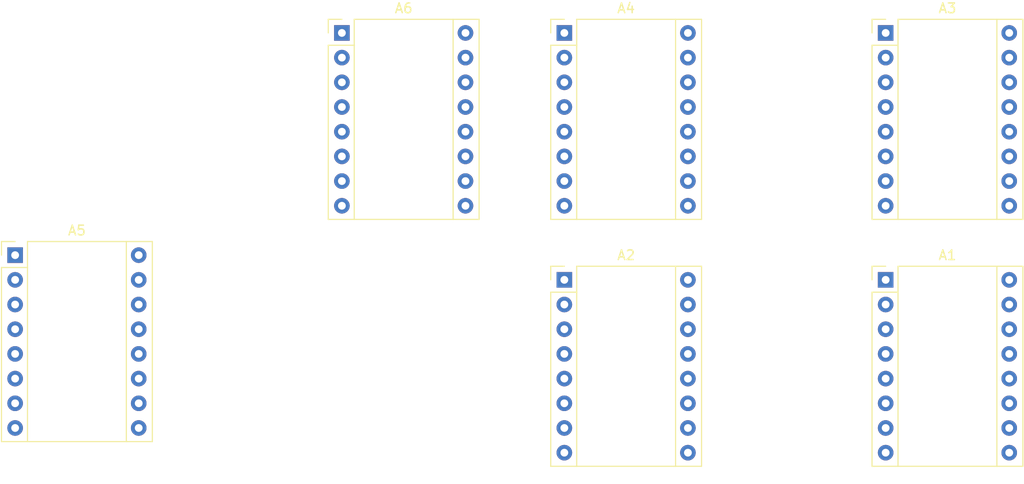
<source format=kicad_pcb>
(kicad_pcb (version 20211014) (generator pcbnew)
  (layers (0 "F.Cu" signal) (31 "B.Cu" signal) (34 "B.Paste" user) (35 "F.Paste" user) (36 "B.SilkS" user "B.Silkscreen") (37 "F.SilkS" user "F.Silkscreen") (38 "B.Mask" user) (39 "F.Mask" user) (44 "Edge.Cuts" user))
  (net 0 "")
  (net 1 "GND")
  (net 2 "+3V3")
  (net 3 "Net-(A1-Pad3)")
  (net 4 "Net-(A1-Pad4)")
  (net 5 "Net-(A1-Pad5)")
  (net 6 "Net-(A1-Pad6)")
  (net 7 "+5V")
  (net 8 "M_EN")
  (net 12 "M_SLP_RST")
  (net 13 "M1_STEP")
  (net 14 "M1_DIR")
  (net 15 "Net-(A2-Pad3)")
  (net 16 "Net-(A2-Pad4)")
  (net 17 "Net-(A2-Pad5)")
  (net 18 "Net-(A2-Pad6)")
  (net 22 "M4_STEP")
  (net 23 "M4_DIR")
  (net 24 "Net-(A3-Pad3)")
  (net 25 "Net-(A3-Pad4)")
  (net 26 "Net-(A3-Pad5)")
  (net 27 "Net-(A3-Pad6)")
  (net 31 "M2_STEP")
  (net 32 "M2_DIR")
  (net 33 "Net-(A4-Pad3)")
  (net 34 "Net-(A4-Pad4)")
  (net 35 "Net-(A4-Pad5)")
  (net 36 "Net-(A4-Pad6)")
  (net 40 "M5_STEP")
  (net 41 "M5_DIR")
  (net 42 "Net-(A5-Pad3)")
  (net 43 "Net-(A5-Pad4)")
  (net 44 "Net-(A5-Pad5)")
  (net 45 "Net-(A5-Pad6)")
  (net 49 "M3_STEP")
  (net 50 "M3_DIR")
  (net 51 "Net-(A6-Pad3)")
  (net 52 "Net-(A6-Pad4)")
  (net 53 "Net-(A6-Pad5)")
  (net 54 "Net-(A6-Pad6)")
  (net 58 "M6_STEP")
  (net 59 "M6_DIR")
  (footprint "Module:Pololu_Breakout-16_15.2x20.3mm" (layer "F.Cu") (at 83.82 33.02)
    (fp_text reference "A6" (at 6.35 -2.54) (layer "F.SilkS"))
    (fp_text value "M1_A4988")
    (fp_line (start -1.4 1.27) (end -1.4 19.18) (layer "F.SilkS") (width 0.12))
    (fp_line (start 11.43 -1.4) (end 11.43 19.18) (layer "F.SilkS") (width 0.12))
    (fp_line (start 1.27 -1.4) (end 1.27 1.27) (layer "F.SilkS") (width 0.12))
    (fp_line (start 0 -1.4) (end -1.4 -1.4) (layer "F.SilkS") (width 0.12))
    (fp_line (start 14.1 19.18) (end 14.1 -1.4) (layer "F.SilkS") (width 0.12))
    (fp_line (start 1.27 1.27) (end 1.27 19.18) (layer "F.SilkS") (width 0.12))
    (fp_line (start -1.4 19.18) (end 14.1 19.18) (layer "F.SilkS") (width 0.12))
    (fp_line (start -1.4 -1.4) (end -1.4 0) (layer "F.SilkS") (width 0.12))
    (fp_line (start 14.1 -1.4) (end 1.27 -1.4) (layer "F.SilkS") (width 0.12))
    (fp_line (start 1.27 1.27) (end -1.4 1.27) (layer "F.SilkS") (width 0.12))
    (pad "1" thru_hole rect (at 0 0) (size 1.6 1.6) (drill 0.8) (layers *.Cu *.Mask) (net 1 "GND"))
    (pad "2" thru_hole oval (at 0 2.54) (size 1.6 1.6) (drill 0.8) (layers *.Cu *.Mask) (net 2 "+3V3"))
    (pad "3" thru_hole oval (at 0 5.08) (size 1.6 1.6) (drill 0.8) (layers *.Cu *.Mask) (net 51 "Net-(A6-Pad3)"))
    (pad "4" thru_hole oval (at 0 7.62) (size 1.6 1.6) (drill 0.8) (layers *.Cu *.Mask) (net 52 "Net-(A6-Pad4)"))
    (pad "5" thru_hole oval (at 0 10.16) (size 1.6 1.6) (drill 0.8) (layers *.Cu *.Mask) (net 53 "Net-(A6-Pad5)"))
    (pad "6" thru_hole oval (at 0 12.7) (size 1.6 1.6) (drill 0.8) (layers *.Cu *.Mask) (net 54 "Net-(A6-Pad6)"))
    (pad "7" thru_hole oval (at 0 15.24) (size 1.6 1.6) (drill 0.8) (layers *.Cu *.Mask) (net 1 "GND"))
    (pad "8" thru_hole oval (at 0 17.78) (size 1.6 1.6) (drill 0.8) (layers *.Cu *.Mask) (net 7 "+5V"))
    (pad "9" thru_hole oval (at 12.7 17.78) (size 1.6 1.6) (drill 0.8) (layers *.Cu *.Mask) (net 8 "M_EN"))
    (pad "10" thru_hole oval (at 12.7 15.24) (size 1.6 1.6) (drill 0.8) (layers *.Cu *.Mask))
    (pad "11" thru_hole oval (at 12.7 12.7) (size 1.6 1.6) (drill 0.8) (layers *.Cu *.Mask))
    (pad "12" thru_hole oval (at 12.7 10.16) (size 1.6 1.6) (drill 0.8) (layers *.Cu *.Mask))
    (pad "13" thru_hole oval (at 12.7 7.62) (size 1.6 1.6) (drill 0.8) (layers *.Cu *.Mask) (net 12 "M_SLP_RST"))
    (pad "14" thru_hole oval (at 12.7 5.08) (size 1.6 1.6) (drill 0.8) (layers *.Cu *.Mask) (net 12 "M_SLP_RST"))
    (pad "15" thru_hole oval (at 12.7 2.54) (size 1.6 1.6) (drill 0.8) (layers *.Cu *.Mask) (net 58 "M6_STEP"))
    (pad "16" thru_hole oval (at 12.7 0) (size 1.6 1.6) (drill 0.8) (layers *.Cu *.Mask) (net 59 "M6_DIR"))
  )
  (footprint "Module:Pololu_Breakout-16_15.2x20.3mm" (layer "F.Cu") (at 106.68 33.02)
    (fp_text reference "A4" (at 6.35 -2.54) (layer "F.SilkS"))
    (fp_text value "M1_A4988")
    (fp_line (start -1.4 19.18) (end 14.1 19.18) (layer "F.SilkS") (width 0.12))
    (fp_line (start -1.4 -1.4) (end -1.4 0) (layer "F.SilkS") (width 0.12))
    (fp_line (start 14.1 19.18) (end 14.1 -1.4) (layer "F.SilkS") (width 0.12))
    (fp_line (start -1.4 1.27) (end -1.4 19.18) (layer "F.SilkS") (width 0.12))
    (fp_line (start 0 -1.4) (end -1.4 -1.4) (layer "F.SilkS") (width 0.12))
    (fp_line (start 1.27 1.27) (end -1.4 1.27) (layer "F.SilkS") (width 0.12))
    (fp_line (start 11.43 -1.4) (end 11.43 19.18) (layer "F.SilkS") (width 0.12))
    (fp_line (start 14.1 -1.4) (end 1.27 -1.4) (layer "F.SilkS") (width 0.12))
    (fp_line (start 1.27 1.27) (end 1.27 19.18) (layer "F.SilkS") (width 0.12))
    (fp_line (start 1.27 -1.4) (end 1.27 1.27) (layer "F.SilkS") (width 0.12))
    (pad "1" thru_hole rect (at 0 0) (size 1.6 1.6) (drill 0.8) (layers *.Cu *.Mask) (net 1 "GND"))
    (pad "2" thru_hole oval (at 0 2.54) (size 1.6 1.6) (drill 0.8) (layers *.Cu *.Mask) (net 2 "+3V3"))
    (pad "3" thru_hole oval (at 0 5.08) (size 1.6 1.6) (drill 0.8) (layers *.Cu *.Mask) (net 33 "Net-(A4-Pad3)"))
    (pad "4" thru_hole oval (at 0 7.62) (size 1.6 1.6) (drill 0.8) (layers *.Cu *.Mask) (net 34 "Net-(A4-Pad4)"))
    (pad "5" thru_hole oval (at 0 10.16) (size 1.6 1.6) (drill 0.8) (layers *.Cu *.Mask) (net 35 "Net-(A4-Pad5)"))
    (pad "6" thru_hole oval (at 0 12.7) (size 1.6 1.6) (drill 0.8) (layers *.Cu *.Mask) (net 36 "Net-(A4-Pad6)"))
    (pad "7" thru_hole oval (at 0 15.24) (size 1.6 1.6) (drill 0.8) (layers *.Cu *.Mask) (net 1 "GND"))
    (pad "8" thru_hole oval (at 0 17.78) (size 1.6 1.6) (drill 0.8) (layers *.Cu *.Mask) (net 7 "+5V"))
    (pad "9" thru_hole oval (at 12.7 17.78) (size 1.6 1.6) (drill 0.8) (layers *.Cu *.Mask) (net 8 "M_EN"))
    (pad "10" thru_hole oval (at 12.7 15.24) (size 1.6 1.6) (drill 0.8) (layers *.Cu *.Mask))
    (pad "11" thru_hole oval (at 12.7 12.7) (size 1.6 1.6) (drill 0.8) (layers *.Cu *.Mask))
    (pad "12" thru_hole oval (at 12.7 10.16) (size 1.6 1.6) (drill 0.8) (layers *.Cu *.Mask))
    (pad "13" thru_hole oval (at 12.7 7.62) (size 1.6 1.6) (drill 0.8) (layers *.Cu *.Mask) (net 12 "M_SLP_RST"))
    (pad "14" thru_hole oval (at 12.7 5.08) (size 1.6 1.6) (drill 0.8) (layers *.Cu *.Mask) (net 12 "M_SLP_RST"))
    (pad "15" thru_hole oval (at 12.7 2.54) (size 1.6 1.6) (drill 0.8) (layers *.Cu *.Mask) (net 40 "M5_STEP"))
    (pad "16" thru_hole oval (at 12.7 0) (size 1.6 1.6) (drill 0.8) (layers *.Cu *.Mask) (net 41 "M5_DIR"))
  )
  (footprint "Module:Pololu_Breakout-16_15.2x20.3mm" (layer "F.Cu") (at 139.7 58.42)
    (fp_text reference "A1" (at 6.35 -2.54) (layer "F.SilkS"))
    (fp_text value "M1_A4988")
    (fp_line (start 0 -1.4) (end -1.4 -1.4) (layer "F.SilkS") (width 0.12))
    (fp_line (start -1.4 -1.4) (end -1.4 0) (layer "F.SilkS") (width 0.12))
    (fp_line (start 11.43 -1.4) (end 11.43 19.18) (layer "F.SilkS") (width 0.12))
    (fp_line (start 14.1 -1.4) (end 1.27 -1.4) (layer "F.SilkS") (width 0.12))
    (fp_line (start 1.27 -1.4) (end 1.27 1.27) (layer "F.SilkS") (width 0.12))
    (fp_line (start 1.27 1.27) (end -1.4 1.27) (layer "F.SilkS") (width 0.12))
    (fp_line (start -1.4 1.27) (end -1.4 19.18) (layer "F.SilkS") (width 0.12))
    (fp_line (start -1.4 19.18) (end 14.1 19.18) (layer "F.SilkS") (width 0.12))
    (fp_line (start 1.27 1.27) (end 1.27 19.18) (layer "F.SilkS") (width 0.12))
    (fp_line (start 14.1 19.18) (end 14.1 -1.4) (layer "F.SilkS") (width 0.12))
    (pad "1" thru_hole rect (at 0 0) (size 1.6 1.6) (drill 0.8) (layers *.Cu *.Mask) (net 1 "GND"))
    (pad "2" thru_hole oval (at 0 2.54) (size 1.6 1.6) (drill 0.8) (layers *.Cu *.Mask) (net 2 "+3V3"))
    (pad "3" thru_hole oval (at 0 5.08) (size 1.6 1.6) (drill 0.8) (layers *.Cu *.Mask) (net 3 "Net-(A1-Pad3)"))
    (pad "4" thru_hole oval (at 0 7.62) (size 1.6 1.6) (drill 0.8) (layers *.Cu *.Mask) (net 4 "Net-(A1-Pad4)"))
    (pad "5" thru_hole oval (at 0 10.16) (size 1.6 1.6) (drill 0.8) (layers *.Cu *.Mask) (net 5 "Net-(A1-Pad5)"))
    (pad "6" thru_hole oval (at 0 12.7) (size 1.6 1.6) (drill 0.8) (layers *.Cu *.Mask) (net 6 "Net-(A1-Pad6)"))
    (pad "7" thru_hole oval (at 0 15.24) (size 1.6 1.6) (drill 0.8) (layers *.Cu *.Mask) (net 1 "GND"))
    (pad "8" thru_hole oval (at 0 17.78) (size 1.6 1.6) (drill 0.8) (layers *.Cu *.Mask) (net 7 "+5V"))
    (pad "9" thru_hole oval (at 12.7 17.78) (size 1.6 1.6) (drill 0.8) (layers *.Cu *.Mask) (net 8 "M_EN"))
    (pad "10" thru_hole oval (at 12.7 15.24) (size 1.6 1.6) (drill 0.8) (layers *.Cu *.Mask))
    (pad "11" thru_hole oval (at 12.7 12.7) (size 1.6 1.6) (drill 0.8) (layers *.Cu *.Mask))
    (pad "12" thru_hole oval (at 12.7 10.16) (size 1.6 1.6) (drill 0.8) (layers *.Cu *.Mask))
    (pad "13" thru_hole oval (at 12.7 7.62) (size 1.6 1.6) (drill 0.8) (layers *.Cu *.Mask) (net 12 "M_SLP_RST"))
    (pad "14" thru_hole oval (at 12.7 5.08) (size 1.6 1.6) (drill 0.8) (layers *.Cu *.Mask) (net 12 "M_SLP_RST"))
    (pad "15" thru_hole oval (at 12.7 2.54) (size 1.6 1.6) (drill 0.8) (layers *.Cu *.Mask) (net 13 "M1_STEP"))
    (pad "16" thru_hole oval (at 12.7 0) (size 1.6 1.6) (drill 0.8) (layers *.Cu *.Mask) (net 14 "M1_DIR"))
  )
  (footprint "Module:Pololu_Breakout-16_15.2x20.3mm" (layer "F.Cu") (at 106.68 58.42)
    (fp_text reference "A2" (at 6.35 -2.54) (layer "F.SilkS"))
    (fp_text value "M1_A4988")
    (fp_line (start 0 -1.4) (end -1.4 -1.4) (layer "F.SilkS") (width 0.12))
    (fp_line (start 1.27 1.27) (end -1.4 1.27) (layer "F.SilkS") (width 0.12))
    (fp_line (start -1.4 -1.4) (end -1.4 0) (layer "F.SilkS") (width 0.12))
    (fp_line (start 11.43 -1.4) (end 11.43 19.18) (layer "F.SilkS") (width 0.12))
    (fp_line (start 14.1 -1.4) (end 1.27 -1.4) (layer "F.SilkS") (width 0.12))
    (fp_line (start -1.4 19.18) (end 14.1 19.18) (layer "F.SilkS") (width 0.12))
    (fp_line (start -1.4 1.27) (end -1.4 19.18) (layer "F.SilkS") (width 0.12))
    (fp_line (start 14.1 19.18) (end 14.1 -1.4) (layer "F.SilkS") (width 0.12))
    (fp_line (start 1.27 -1.4) (end 1.27 1.27) (layer "F.SilkS") (width 0.12))
    (fp_line (start 1.27 1.27) (end 1.27 19.18) (layer "F.SilkS") (width 0.12))
    (pad "1" thru_hole rect (at 0 0) (size 1.6 1.6) (drill 0.8) (layers *.Cu *.Mask) (net 1 "GND"))
    (pad "2" thru_hole oval (at 0 2.54) (size 1.6 1.6) (drill 0.8) (layers *.Cu *.Mask) (net 2 "+3V3"))
    (pad "3" thru_hole oval (at 0 5.08) (size 1.6 1.6) (drill 0.8) (layers *.Cu *.Mask) (net 15 "Net-(A2-Pad3)"))
    (pad "4" thru_hole oval (at 0 7.62) (size 1.6 1.6) (drill 0.8) (layers *.Cu *.Mask) (net 16 "Net-(A2-Pad4)"))
    (pad "5" thru_hole oval (at 0 10.16) (size 1.6 1.6) (drill 0.8) (layers *.Cu *.Mask) (net 17 "Net-(A2-Pad5)"))
    (pad "6" thru_hole oval (at 0 12.7) (size 1.6 1.6) (drill 0.8) (layers *.Cu *.Mask) (net 18 "Net-(A2-Pad6)"))
    (pad "7" thru_hole oval (at 0 15.24) (size 1.6 1.6) (drill 0.8) (layers *.Cu *.Mask) (net 1 "GND"))
    (pad "8" thru_hole oval (at 0 17.78) (size 1.6 1.6) (drill 0.8) (layers *.Cu *.Mask) (net 7 "+5V"))
    (pad "9" thru_hole oval (at 12.7 17.78) (size 1.6 1.6) (drill 0.8) (layers *.Cu *.Mask) (net 8 "M_EN"))
    (pad "10" thru_hole oval (at 12.7 15.24) (size 1.6 1.6) (drill 0.8) (layers *.Cu *.Mask))
    (pad "11" thru_hole oval (at 12.7 12.7) (size 1.6 1.6) (drill 0.8) (layers *.Cu *.Mask))
    (pad "12" thru_hole oval (at 12.7 10.16) (size 1.6 1.6) (drill 0.8) (layers *.Cu *.Mask))
    (pad "13" thru_hole oval (at 12.7 7.62) (size 1.6 1.6) (drill 0.8) (layers *.Cu *.Mask) (net 12 "M_SLP_RST"))
    (pad "14" thru_hole oval (at 12.7 5.08) (size 1.6 1.6) (drill 0.8) (layers *.Cu *.Mask) (net 12 "M_SLP_RST"))
    (pad "15" thru_hole oval (at 12.7 2.54) (size 1.6 1.6) (drill 0.8) (layers *.Cu *.Mask) (net 22 "M4_STEP"))
    (pad "16" thru_hole oval (at 12.7 0) (size 1.6 1.6) (drill 0.8) (layers *.Cu *.Mask) (net 23 "M4_DIR"))
  )
  (footprint "Module:Pololu_Breakout-16_15.2x20.3mm" (layer "F.Cu") (at 50.24 55.88)
    (fp_text reference "A5" (at 6.35 -2.54) (layer "F.SilkS"))
    (fp_text value "M1_A4988")
    (fp_line (start -1.4 1.27) (end -1.4 19.18) (layer "F.SilkS") (width 0.12))
    (fp_line (start -1.4 -1.4) (end -1.4 0) (layer "F.SilkS") (width 0.12))
    (fp_line (start 0 -1.4) (end -1.4 -1.4) (layer "F.SilkS") (width 0.12))
    (fp_line (start 14.1 -1.4) (end 1.27 -1.4) (layer "F.SilkS") (width 0.12))
    (fp_line (start 1.27 -1.4) (end 1.27 1.27) (layer "F.SilkS") (width 0.12))
    (fp_line (start 11.43 -1.4) (end 11.43 19.18) (layer "F.SilkS") (width 0.12))
    (fp_line (start -1.4 19.18) (end 14.1 19.18) (layer "F.SilkS") (width 0.12))
    (fp_line (start 1.27 1.27) (end -1.4 1.27) (layer "F.SilkS") (width 0.12))
    (fp_line (start 1.27 1.27) (end 1.27 19.18) (layer "F.SilkS") (width 0.12))
    (fp_line (start 14.1 19.18) (end 14.1 -1.4) (layer "F.SilkS") (width 0.12))
    (pad "1" thru_hole rect (at 0 0) (size 1.6 1.6) (drill 0.8) (layers *.Cu *.Mask) (net 1 "GND"))
    (pad "2" thru_hole oval (at 0 2.54) (size 1.6 1.6) (drill 0.8) (layers *.Cu *.Mask) (net 2 "+3V3"))
    (pad "3" thru_hole oval (at 0 5.08) (size 1.6 1.6) (drill 0.8) (layers *.Cu *.Mask) (net 42 "Net-(A5-Pad3)"))
    (pad "4" thru_hole oval (at 0 7.62) (size 1.6 1.6) (drill 0.8) (layers *.Cu *.Mask) (net 43 "Net-(A5-Pad4)"))
    (pad "5" thru_hole oval (at 0 10.16) (size 1.6 1.6) (drill 0.8) (layers *.Cu *.Mask) (net 44 "Net-(A5-Pad5)"))
    (pad "6" thru_hole oval (at 0 12.7) (size 1.6 1.6) (drill 0.8) (layers *.Cu *.Mask) (net 45 "Net-(A5-Pad6)"))
    (pad "7" thru_hole oval (at 0 15.24) (size 1.6 1.6) (drill 0.8) (layers *.Cu *.Mask) (net 1 "GND"))
    (pad "8" thru_hole oval (at 0 17.78) (size 1.6 1.6) (drill 0.8) (layers *.Cu *.Mask) (net 7 "+5V"))
    (pad "9" thru_hole oval (at 12.7 17.78) (size 1.6 1.6) (drill 0.8) (layers *.Cu *.Mask) (net 8 "M_EN"))
    (pad "10" thru_hole oval (at 12.7 15.24) (size 1.6 1.6) (drill 0.8) (layers *.Cu *.Mask))
    (pad "11" thru_hole oval (at 12.7 12.7) (size 1.6 1.6) (drill 0.8) (layers *.Cu *.Mask))
    (pad "12" thru_hole oval (at 12.7 10.16) (size 1.6 1.6) (drill 0.8) (layers *.Cu *.Mask))
    (pad "13" thru_hole oval (at 12.7 7.62) (size 1.6 1.6) (drill 0.8) (layers *.Cu *.Mask) (net 12 "M_SLP_RST"))
    (pad "14" thru_hole oval (at 12.7 5.08) (size 1.6 1.6) (drill 0.8) (layers *.Cu *.Mask) (net 12 "M_SLP_RST"))
    (pad "15" thru_hole oval (at 12.7 2.54) (size 1.6 1.6) (drill 0.8) (layers *.Cu *.Mask) (net 49 "M3_STEP"))
    (pad "16" thru_hole oval (at 12.7 0) (size 1.6 1.6) (drill 0.8) (layers *.Cu *.Mask) (net 50 "M3_DIR"))
  )
  (footprint "Module:Pololu_Breakout-16_15.2x20.3mm" (layer "F.Cu") (at 139.7 33.02)
    (fp_text reference "A3" (at 6.35 -2.54) (layer "F.SilkS"))
    (fp_text value "M1_A4988")
    (fp_line (start 1.27 -1.4) (end 1.27 1.27) (layer "F.SilkS") (width 0.12))
    (fp_line (start 1.27 1.27) (end -1.4 1.27) (layer "F.SilkS") (width 0.12))
    (fp_line (start 1.27 1.27) (end 1.27 19.18) (layer "F.SilkS") (width 0.12))
    (fp_line (start -1.4 -1.4) (end -1.4 0) (layer "F.SilkS") (width 0.12))
    (fp_line (start 14.1 19.18) (end 14.1 -1.4) (layer "F.SilkS") (width 0.12))
    (fp_line (start -1.4 19.18) (end 14.1 19.18) (layer "F.SilkS") (width 0.12))
    (fp_line (start 0 -1.4) (end -1.4 -1.4) (layer "F.SilkS") (width 0.12))
    (fp_line (start 14.1 -1.4) (end 1.27 -1.4) (layer "F.SilkS") (width 0.12))
    (fp_line (start -1.4 1.27) (end -1.4 19.18) (layer "F.SilkS") (width 0.12))
    (fp_line (start 11.43 -1.4) (end 11.43 19.18) (layer "F.SilkS") (width 0.12))
    (pad "1" thru_hole rect (at 0 0) (size 1.6 1.6) (drill 0.8) (layers *.Cu *.Mask) (net 1 "GND"))
    (pad "2" thru_hole oval (at 0 2.54) (size 1.6 1.6) (drill 0.8) (layers *.Cu *.Mask) (net 2 "+3V3"))
    (pad "3" thru_hole oval (at 0 5.08) (size 1.6 1.6) (drill 0.8) (layers *.Cu *.Mask) (net 24 "Net-(A3-Pad3)"))
    (pad "4" thru_hole oval (at 0 7.62) (size 1.6 1.6) (drill 0.8) (layers *.Cu *.Mask) (net 25 "Net-(A3-Pad4)"))
    (pad "5" thru_hole oval (at 0 10.16) (size 1.6 1.6) (drill 0.8) (layers *.Cu *.Mask) (net 26 "Net-(A3-Pad5)"))
    (pad "6" thru_hole oval (at 0 12.7) (size 1.6 1.6) (drill 0.8) (layers *.Cu *.Mask) (net 27 "Net-(A3-Pad6)"))
    (pad "7" thru_hole oval (at 0 15.24) (size 1.6 1.6) (drill 0.8) (layers *.Cu *.Mask) (net 1 "GND"))
    (pad "8" thru_hole oval (at 0 17.78) (size 1.6 1.6) (drill 0.8) (layers *.Cu *.Mask) (net 7 "+5V"))
    (pad "9" thru_hole oval (at 12.7 17.78) (size 1.6 1.6) (drill 0.8) (layers *.Cu *.Mask) (net 8 "M_EN"))
    (pad "10" thru_hole oval (at 12.7 15.24) (size 1.6 1.6) (drill 0.8) (layers *.Cu *.Mask))
    (pad "11" thru_hole oval (at 12.7 12.7) (size 1.6 1.6) (drill 0.8) (layers *.Cu *.Mask))
    (pad "12" thru_hole oval (at 12.7 10.16) (size 1.6 1.6) (drill 0.8) (layers *.Cu *.Mask))
    (pad "13" thru_hole oval (at 12.7 7.62) (size 1.6 1.6) (drill 0.8) (layers *.Cu *.Mask) (net 12 "M_SLP_RST"))
    (pad "14" thru_hole oval (at 12.7 5.08) (size 1.6 1.6) (drill 0.8) (layers *.Cu *.Mask) (net 12 "M_SLP_RST"))
    (pad "15" thru_hole oval (at 12.7 2.54) (size 1.6 1.6) (drill 0.8) (layers *.Cu *.Mask) (net 31 "M2_STEP"))
    (pad "16" thru_hole oval (at 12.7 0) (size 1.6 1.6) (drill 0.8) (layers *.Cu *.Mask) (net 32 "M2_DIR"))
  )
)
</source>
